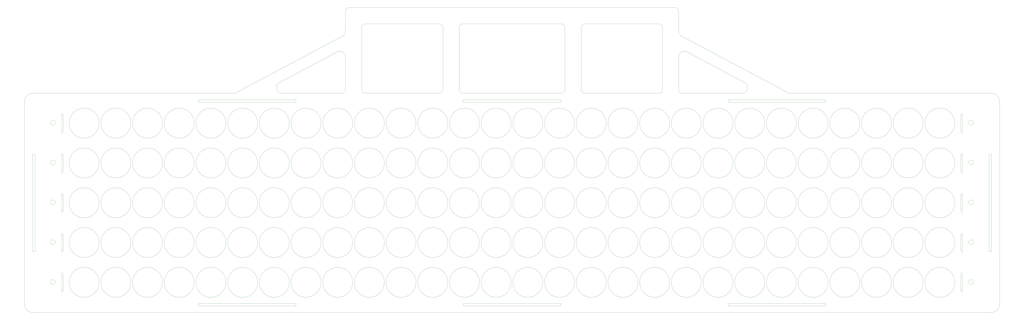
<source format=gm1>
G04*
G04 #@! TF.GenerationSoftware,Altium Limited,Altium Designer,22.11.1 (43)*
G04*
G04 Layer_Color=16711935*
%FSLAX44Y44*%
%MOMM*%
G71*
G04*
G04 #@! TF.SameCoordinates,93202753-59E3-4D9C-BA76-3F14CD702882*
G04*
G04*
G04 #@! TF.FilePolarity,Positive*
G04*
G01*
G75*
%ADD10C,0.0127*%
D10*
X850063Y1167393D02*
G03*
X850063Y1167393I-92500J0D01*
G01*
X655063D02*
G03*
X655063Y1167393I-92500J0D01*
G01*
X460064D02*
G03*
X460064Y1167393I-92500J0D01*
G01*
X1045063D02*
G03*
X1045063Y1167393I-92500J0D01*
G01*
X1240063D02*
G03*
X1240063Y1167393I-92500J0D01*
G01*
X1435063D02*
G03*
X1435063Y1167393I-92500J0D01*
G01*
X1630063D02*
G03*
X1630063Y1167393I-92500J0D01*
G01*
X1825063D02*
G03*
X1825063Y1167393I-92500J0D01*
G01*
X2020063D02*
G03*
X2020063Y1167393I-92500J0D01*
G01*
X2215063D02*
G03*
X2215063Y1167393I-92500J0D01*
G01*
X2410063D02*
G03*
X2410063Y1167393I-92500J0D01*
G01*
X2605063D02*
G03*
X2605063Y1167393I-92500J0D01*
G01*
X2800063D02*
G03*
X2800063Y1167393I-92500J0D01*
G01*
X2995063D02*
G03*
X2995063Y1167393I-92500J0D01*
G01*
X3190063D02*
G03*
X3190063Y1167393I-92500J0D01*
G01*
X3385063D02*
G03*
X3385063Y1167393I-92500J0D01*
G01*
X3580063D02*
G03*
X3580063Y1167393I-92500J0D01*
G01*
X3775063D02*
G03*
X3775063Y1167393I-92500J0D01*
G01*
X3970063D02*
G03*
X3970063Y1167393I-92500J0D01*
G01*
X4165063D02*
G03*
X4165063Y1167393I-92500J0D01*
G01*
X4360063D02*
G03*
X4360063Y1167393I-92500J0D01*
G01*
X4555063D02*
G03*
X4555063Y1167393I-92500J0D01*
G01*
X4750063D02*
G03*
X4750063Y1167393I-92500J0D01*
G01*
X4945063D02*
G03*
X4945063Y1167393I-92500J0D01*
G01*
X5140063D02*
G03*
X5140063Y1167393I-92500J0D01*
G01*
X5335063D02*
G03*
X5335063Y1167393I-92500J0D01*
G01*
X5530063D02*
G03*
X5530063Y1167393I-92500J0D01*
G01*
X5725063D02*
G03*
X5725063Y1167393I-92500J0D01*
G01*
X460064Y922393D02*
G03*
X460064Y922393I-92500J0D01*
G01*
X655063D02*
G03*
X655063Y922393I-92500J0D01*
G01*
X850063D02*
G03*
X850063Y922393I-92500J0D01*
G01*
X1045063D02*
G03*
X1045063Y922393I-92500J0D01*
G01*
X1240063D02*
G03*
X1240063Y922393I-92500J0D01*
G01*
X1435063D02*
G03*
X1435063Y922393I-92500J0D01*
G01*
X1630063D02*
G03*
X1630063Y922393I-92500J0D01*
G01*
X1825063D02*
G03*
X1825063Y922393I-92500J0D01*
G01*
X2020063D02*
G03*
X2020063Y922393I-92500J0D01*
G01*
X2215063D02*
G03*
X2215063Y922393I-92500J0D01*
G01*
X2410063D02*
G03*
X2410063Y922393I-92500J0D01*
G01*
X2605063D02*
G03*
X2605063Y922393I-92500J0D01*
G01*
X2800063D02*
G03*
X2800063Y922393I-92500J0D01*
G01*
X2995063D02*
G03*
X2995063Y922393I-92500J0D01*
G01*
X3190063D02*
G03*
X3190063Y922393I-92500J0D01*
G01*
X3385063D02*
G03*
X3385063Y922393I-92500J0D01*
G01*
X3580063D02*
G03*
X3580063Y922393I-92500J0D01*
G01*
X3775063D02*
G03*
X3775063Y922393I-92500J0D01*
G01*
X3970063D02*
G03*
X3970063Y922393I-92500J0D01*
G01*
X4165063D02*
G03*
X4165063Y922393I-92500J0D01*
G01*
X4360063D02*
G03*
X4360063Y922393I-92500J0D01*
G01*
X4555063D02*
G03*
X4555063Y922393I-92500J0D01*
G01*
X4750063D02*
G03*
X4750063Y922393I-92500J0D01*
G01*
X4945063D02*
G03*
X4945063Y922393I-92500J0D01*
G01*
X5140063D02*
G03*
X5140063Y922393I-92500J0D01*
G01*
X5335063D02*
G03*
X5335063Y922393I-92500J0D01*
G01*
X5530063D02*
G03*
X5530063Y922393I-92500J0D01*
G01*
X5725063D02*
G03*
X5725063Y922393I-92500J0D01*
G01*
X460064Y677393D02*
G03*
X460064Y677393I-92500J0D01*
G01*
X655063D02*
G03*
X655063Y677393I-92500J0D01*
G01*
X850063D02*
G03*
X850063Y677393I-92500J0D01*
G01*
X1045063D02*
G03*
X1045063Y677393I-92500J0D01*
G01*
X1240063D02*
G03*
X1240063Y677393I-92500J0D01*
G01*
X1435063D02*
G03*
X1435063Y677393I-92500J0D01*
G01*
X1630063D02*
G03*
X1630063Y677393I-92500J0D01*
G01*
X1825063D02*
G03*
X1825063Y677393I-92500J0D01*
G01*
X2020063D02*
G03*
X2020063Y677393I-92500J0D01*
G01*
X2215063D02*
G03*
X2215063Y677393I-92500J0D01*
G01*
X2410063D02*
G03*
X2410063Y677393I-92500J0D01*
G01*
X2605063D02*
G03*
X2605063Y677393I-92500J0D01*
G01*
X2800063D02*
G03*
X2800063Y677393I-92500J0D01*
G01*
X2995063D02*
G03*
X2995063Y677393I-92500J0D01*
G01*
X3190063D02*
G03*
X3190063Y677393I-92500J0D01*
G01*
X3385063D02*
G03*
X3385063Y677393I-92500J0D01*
G01*
X3580063D02*
G03*
X3580063Y677393I-92500J0D01*
G01*
X3775063D02*
G03*
X3775063Y677393I-92500J0D01*
G01*
X3970063D02*
G03*
X3970063Y677393I-92500J0D01*
G01*
X4165063D02*
G03*
X4165063Y677393I-92500J0D01*
G01*
X4360063D02*
G03*
X4360063Y677393I-92500J0D01*
G01*
X4555063D02*
G03*
X4555063Y677393I-92500J0D01*
G01*
X4750063D02*
G03*
X4750063Y677393I-92500J0D01*
G01*
X4945063D02*
G03*
X4945063Y677393I-92500J0D01*
G01*
X5140063D02*
G03*
X5140063Y677393I-92500J0D01*
G01*
X5335063D02*
G03*
X5335063Y677393I-92500J0D01*
G01*
X5530063D02*
G03*
X5530063Y677393I-92500J0D01*
G01*
X5725063D02*
G03*
X5725063Y677393I-92500J0D01*
G01*
X460064Y432393D02*
G03*
X460064Y432393I-92500J0D01*
G01*
X655063D02*
G03*
X655063Y432393I-92500J0D01*
G01*
X850063D02*
G03*
X850063Y432393I-92500J0D01*
G01*
X1045063D02*
G03*
X1045063Y432393I-92500J0D01*
G01*
X1240063D02*
G03*
X1240063Y432393I-92500J0D01*
G01*
X1435063D02*
G03*
X1435063Y432393I-92500J0D01*
G01*
X1630063D02*
G03*
X1630063Y432393I-92500J0D01*
G01*
X1825063D02*
G03*
X1825063Y432393I-92500J0D01*
G01*
X2020063D02*
G03*
X2020063Y432393I-92500J0D01*
G01*
X2215063D02*
G03*
X2215063Y432393I-92500J0D01*
G01*
X2410063D02*
G03*
X2410063Y432393I-92500J0D01*
G01*
X2605063D02*
G03*
X2605063Y432393I-92500J0D01*
G01*
X2800063D02*
G03*
X2800063Y432393I-92500J0D01*
G01*
X2995063D02*
G03*
X2995063Y432393I-92500J0D01*
G01*
X3190063D02*
G03*
X3190063Y432393I-92500J0D01*
G01*
X3385063D02*
G03*
X3385063Y432393I-92500J0D01*
G01*
X3580063D02*
G03*
X3580063Y432393I-92500J0D01*
G01*
X3775063D02*
G03*
X3775063Y432393I-92500J0D01*
G01*
X3970063D02*
G03*
X3970063Y432393I-92500J0D01*
G01*
X4165063D02*
G03*
X4165063Y432393I-92500J0D01*
G01*
X4360063D02*
G03*
X4360063Y432393I-92500J0D01*
G01*
X4555063D02*
G03*
X4555063Y432393I-92500J0D01*
G01*
X4750063D02*
G03*
X4750063Y432393I-92500J0D01*
G01*
X4945063D02*
G03*
X4945063Y432393I-92500J0D01*
G01*
X5140063D02*
G03*
X5140063Y432393I-92500J0D01*
G01*
X5335063D02*
G03*
X5335063Y432393I-92500J0D01*
G01*
X5530063D02*
G03*
X5530063Y432393I-92500J0D01*
G01*
X5725063D02*
G03*
X5725063Y432393I-92500J0D01*
G01*
X460064Y187393D02*
G03*
X460064Y187393I-92500J0D01*
G01*
X655063D02*
G03*
X655063Y187393I-92500J0D01*
G01*
X850063D02*
G03*
X850063Y187393I-92500J0D01*
G01*
X1045063D02*
G03*
X1045063Y187393I-92500J0D01*
G01*
X1240063D02*
G03*
X1240063Y187393I-92500J0D01*
G01*
X1435063D02*
G03*
X1435063Y187393I-92500J0D01*
G01*
X1630063D02*
G03*
X1630063Y187393I-92500J0D01*
G01*
X1825063D02*
G03*
X1825063Y187393I-92500J0D01*
G01*
X2020063D02*
G03*
X2020063Y187393I-92500J0D01*
G01*
X2215063D02*
G03*
X2215063Y187393I-92500J0D01*
G01*
X2410063D02*
G03*
X2410063Y187393I-92500J0D01*
G01*
X2605063D02*
G03*
X2605063Y187393I-92500J0D01*
G01*
X2800063D02*
G03*
X2800063Y187393I-92500J0D01*
G01*
X2995063D02*
G03*
X2995063Y187393I-92500J0D01*
G01*
X3190063D02*
G03*
X3190063Y187393I-92500J0D01*
G01*
X3385063D02*
G03*
X3385063Y187393I-92500J0D01*
G01*
X3580063D02*
G03*
X3580063Y187393I-92500J0D01*
G01*
X3775063D02*
G03*
X3775063Y187393I-92500J0D01*
G01*
X3970063D02*
G03*
X3970063Y187393I-92500J0D01*
G01*
X4165063D02*
G03*
X4165063Y187393I-92500J0D01*
G01*
X4360063D02*
G03*
X4360063Y187393I-92500J0D01*
G01*
X4555063D02*
G03*
X4555063Y187393I-92500J0D01*
G01*
X4750063D02*
G03*
X4750063Y187393I-92500J0D01*
G01*
X4945063D02*
G03*
X4945063Y187393I-92500J0D01*
G01*
X5140063D02*
G03*
X5140063Y187393I-92500J0D01*
G01*
X5335063D02*
G03*
X5335063Y187393I-92500J0D01*
G01*
X5530063D02*
G03*
X5530063Y187393I-92500J0D01*
G01*
X5725063D02*
G03*
X5725063Y187393I-92500J0D01*
G01*
X190063Y189693D02*
G03*
X190063Y189693I-15000J0D01*
G01*
X5840063D02*
G03*
X5840063Y189693I-15000J0D01*
G01*
X190063Y434693D02*
G03*
X190063Y434693I-15000J0D01*
G01*
X5840063D02*
G03*
X5840063Y434693I-15000J0D01*
G01*
X190063Y679693D02*
G03*
X190063Y679693I-15000J0D01*
G01*
X5840063D02*
G03*
X5840063Y679693I-15000J0D01*
G01*
X190063Y924693D02*
G03*
X190063Y924693I-15000J0D01*
G01*
X5840063D02*
G03*
X5840063Y924693I-15000J0D01*
G01*
X190063Y1169693D02*
G03*
X190063Y1169693I-15000J0D01*
G01*
X5840063D02*
G03*
X5840063Y1169693I-15000J0D01*
G01*
X5765922Y1222751D02*
G03*
X5760063Y1208609I14142J-14142D01*
G01*
Y1125677D02*
G03*
X5765922Y1111535I20000J0D01*
G01*
Y733251D02*
G03*
X5760063Y719109I14142J-14142D01*
G01*
Y635677D02*
G03*
X5765922Y621535I20000J0D01*
G01*
X5760063Y145177D02*
G03*
X5765922Y131035I20000J0D01*
G01*
Y243251D02*
G03*
X5760063Y229109I14142J-14142D01*
G01*
X240063Y1208609D02*
G03*
X234206Y1222751I-20000J0D01*
G01*
Y1111535D02*
G03*
X240063Y1125677I-14142J14142D01*
G01*
Y964109D02*
G03*
X234206Y978251I-20000J0D01*
G01*
Y866535D02*
G03*
X240063Y880677I-14142J14142D01*
G01*
Y719109D02*
G03*
X234206Y733251I-20000J0D01*
G01*
Y621535D02*
G03*
X240063Y635677I-14142J14142D01*
G01*
Y474109D02*
G03*
X234206Y488251I-20000J0D01*
G01*
Y376535D02*
G03*
X240063Y390677I-14142J14142D01*
G01*
X234206Y131035D02*
G03*
X240063Y145177I-14142J14142D01*
G01*
Y229109D02*
G03*
X234206Y243251I-20000J0D01*
G01*
X5765922Y488251D02*
G03*
X5760063Y474109I14142J-14142D01*
G01*
Y390677D02*
G03*
X5765922Y376535I20000J0D01*
G01*
Y978251D02*
G03*
X5760063Y964109I14142J-14142D01*
G01*
Y880677D02*
G03*
X5765922Y866535I20000J0D01*
G01*
X50064Y1351393D02*
G03*
X63Y1301393I0J-50000D01*
G01*
X2675063Y1373893D02*
G03*
X2697563Y1351393I22500J0D01*
G01*
X3302563D02*
G03*
X3325063Y1373893I0J22500D01*
G01*
Y1756493D02*
G03*
X3302563Y1778993I-22500J0D01*
G01*
X2697563D02*
G03*
X2675063Y1756493I0J-22500D01*
G01*
X1975063Y1575187D02*
G03*
X1923632Y1606091I-35000J0D01*
G01*
X1568561Y1417296D02*
G03*
X1584993Y1351393I16431J-30903D01*
G01*
X1952563D02*
G03*
X1975063Y1373893I0J22500D01*
G01*
X4076495Y1606091D02*
G03*
X4025063Y1575187I-16431J-30903D01*
G01*
Y1373893D02*
G03*
X4047563Y1351393I22500J0D01*
G01*
X4415134D02*
G03*
X4431566Y1417296I0J35000D01*
G01*
X4025063Y1856493D02*
G03*
X4002563Y1878993I-22500J0D01*
G01*
X4025063Y1733747D02*
G03*
X4043632Y1702844I35000J0D01*
G01*
X4696910Y1355490D02*
G03*
X4713342Y1351393I16431J30903D01*
G01*
X6000063Y1301393D02*
G03*
X5950063Y1351393I-50000J0D01*
G01*
Y2393D02*
G03*
X6000063Y52393I0J50000D01*
G01*
X63D02*
G03*
X50064Y2393I50000J0D01*
G01*
X1286785Y1351393D02*
G03*
X1303217Y1355490I0J35000D01*
G01*
X1956495Y1702844D02*
G03*
X1975063Y1733747I-16431J30903D01*
G01*
X1997563Y1878993D02*
G03*
X1975063Y1856493I0J-22500D01*
G01*
X3425063Y1373893D02*
G03*
X3447563Y1351393I22500J0D01*
G01*
X3902563D02*
G03*
X3925063Y1373893I0J22500D01*
G01*
Y1756493D02*
G03*
X3902563Y1778993I-22500J0D01*
G01*
X3447563D02*
G03*
X3425063Y1756493I0J-22500D01*
G01*
X2075063Y1373893D02*
G03*
X2097563Y1351393I22500J0D01*
G01*
X2552563D02*
G03*
X2575063Y1373893I0J22500D01*
G01*
Y1756493D02*
G03*
X2552563Y1778993I-22500J0D01*
G01*
X2097563D02*
G03*
X2075063Y1756493I0J-22500D01*
G01*
X5765922Y1222751D02*
X5770063Y1226893D01*
X5760063Y1125677D02*
Y1208609D01*
X5765922Y1111535D02*
X5770063Y1107393D01*
Y1226893D01*
X5765922Y733251D02*
X5770063Y737393D01*
X5760063Y635677D02*
Y719109D01*
X5765922Y621535D02*
X5770063Y617393D01*
Y737393D01*
X5765922Y131035D02*
X5770063Y126893D01*
Y247393D01*
X5765922Y243251D02*
X5770063Y247393D01*
X5760063Y145177D02*
Y229109D01*
X230063Y1226893D02*
X234206Y1222751D01*
X230063Y1107393D02*
Y1226893D01*
Y1107393D02*
X234206Y1111535D01*
X240063Y1125677D02*
Y1208609D01*
X230063Y982393D02*
X234206Y978251D01*
X230063Y862393D02*
Y982393D01*
Y862393D02*
X234206Y866535D01*
X240063Y880677D02*
Y964109D01*
X230063Y737393D02*
X234206Y733251D01*
X230063Y617393D02*
Y737393D01*
Y617393D02*
X234206Y621535D01*
X240063Y635677D02*
Y719109D01*
X230063Y492393D02*
X234206Y488251D01*
X230063Y372393D02*
Y492393D01*
Y372393D02*
X234206Y376535D01*
X240063Y390677D02*
Y474109D01*
X230063Y126893D02*
Y247393D01*
Y126893D02*
X234206Y131035D01*
X240063Y145177D02*
Y229109D01*
X230063Y247393D02*
X234206Y243251D01*
X4330063Y1296393D02*
X4930063D01*
Y1311393D01*
X4330063D02*
X4930063D01*
X4330063Y1296393D02*
Y1311393D01*
Y42393D02*
X4930063D01*
Y57393D01*
X4330063D02*
X4930063D01*
X4330063Y42393D02*
Y57393D01*
X2700063Y1296393D02*
X3300063D01*
Y1311393D01*
X2700063D02*
X3300063D01*
X2700063Y1296393D02*
Y1311393D01*
Y42393D02*
X3300063D01*
Y57393D01*
X2700063D02*
X3300063D01*
X2700063Y42393D02*
Y57393D01*
X5935063Y976893D02*
X5950063D01*
X5935063Y376893D02*
Y976893D01*
Y376893D02*
X5950063D01*
Y976893D01*
X65064Y376893D02*
Y976893D01*
X50064D02*
X65064D01*
X50064Y376893D02*
Y976893D01*
Y376893D02*
X65064D01*
X1670063Y42393D02*
Y57393D01*
X1070063D02*
X1670063D01*
X1070063Y42393D02*
Y57393D01*
Y42393D02*
X1670063D01*
Y1296393D02*
Y1311393D01*
X1070063D02*
X1670063D01*
X1070063Y1296393D02*
Y1311393D01*
Y1296393D02*
X1670063D01*
X5765922Y488251D02*
X5770063Y492393D01*
X5760063Y390677D02*
Y474109D01*
X5765922Y376535D02*
X5770063Y372393D01*
Y492393D01*
X5765922Y978251D02*
X5770063Y982393D01*
X5760063Y880677D02*
Y964109D01*
X5765922Y866535D02*
X5770063Y862393D01*
Y982393D01*
X50064Y1351393D02*
X1286785D01*
X63Y52393D02*
Y1301393D01*
X2697563Y1351393D02*
X3302563D01*
X3325063Y1373893D02*
Y1756493D01*
X2697563Y1778993D02*
X3302563D01*
X2675063Y1373893D02*
Y1756493D01*
X1568561Y1417296D02*
X1923632Y1606091D01*
X1584993Y1351393D02*
X1952563D01*
X1975063Y1373893D02*
Y1575187D01*
X4025063Y1373893D02*
Y1575187D01*
X4047563Y1351393D02*
X4415134D01*
X4076495Y1606091D02*
X4431566Y1417296D01*
X4025063Y1733747D02*
Y1856493D01*
X4043632Y1702844D02*
X4696910Y1355490D01*
X4713342Y1351393D02*
X5950063D01*
X6000063Y52393D02*
Y1301393D01*
X50064Y2393D02*
X5950063D01*
X1303217Y1355490D02*
X1956495Y1702844D01*
X1975063Y1733747D02*
Y1856493D01*
X1997563Y1878993D02*
X4002563D01*
X3447563Y1351393D02*
X3902563D01*
X3925063Y1373893D02*
Y1756493D01*
X3447563Y1778993D02*
X3902563D01*
X3425063Y1373893D02*
Y1756493D01*
X2097563Y1351393D02*
X2552563D01*
X2575063Y1373893D02*
Y1756493D01*
X2097563Y1778993D02*
X2552563D01*
X2075063Y1373893D02*
Y1756493D01*
M02*

</source>
